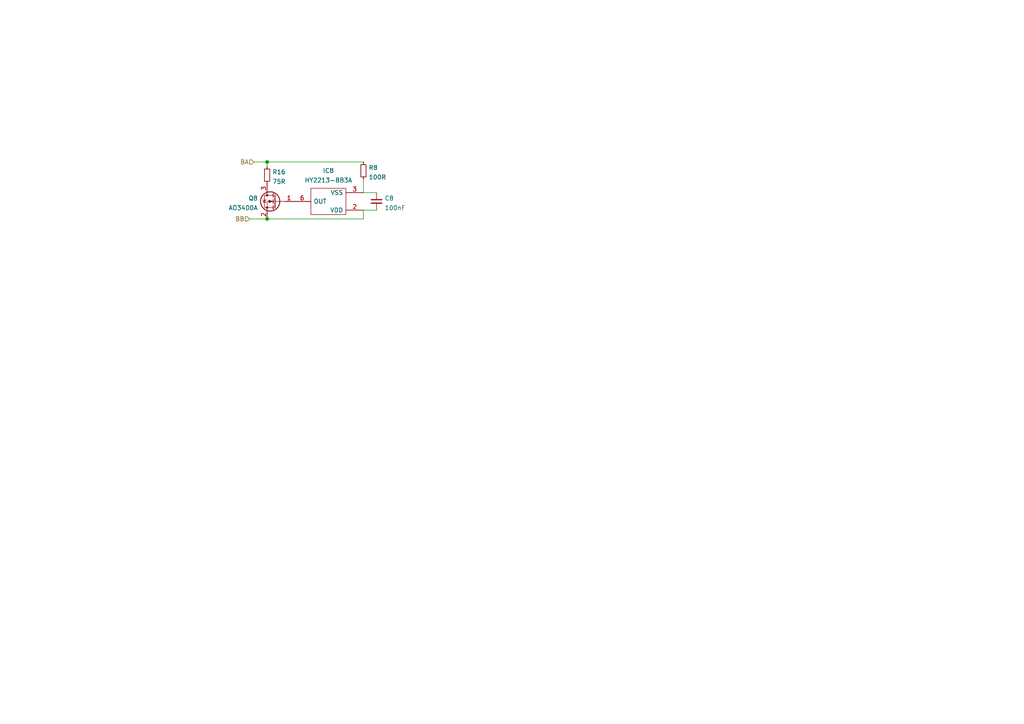
<source format=kicad_sch>
(kicad_sch (version 20211123) (generator eeschema)
  (paper "A4")
  (lib_symbols
    (symbol "Device:C_Small" (pin_numbers hide) (pin_names (offset 0.254) hide)
      (property "Reference" "C" (at 0.254 1.778 0))
      (property "Value" "C_Small" (at 0.254 -2.032 0))
      (symbol "C_Small_0_1"
        (polyline (pts (xy -1.524 -0.508) (xy 1.524 -0.508)) (stroke (width 0.3302)))
        (polyline (pts (xy -1.524 0.508) (xy 1.524 0.508)) (stroke (width 0.3048)))
      )
      (symbol "C_Small_1_1"
        (pin passive line (at 0 2.54 270) (length 2.032) (name "~") (number "1"))
        (pin passive line (at 0 -2.54 90) (length 2.032) (name "~") (number "2"))
      )
    )
    (symbol "Device:R_Small" (pin_numbers hide) (pin_names (offset 0.254) hide)
      (property "Reference" "R" (at 0.762 0.508 0))
      (property "Value" "R_Small" (at 0.762 -1.016 0))
      (symbol "R_Small_0_1"
        (rectangle (start -0.762 1.778) (end 0.762 -1.778) (stroke (width 0.2032)))
      )
      (symbol "R_Small_1_1"
        (pin passive line (at 0 2.54 270) (length 0.762) (name "~") (number "1"))
        (pin passive line (at 0 -2.54 90) (length 0.762) (name "~") (number "2"))
      )
    )
    (symbol "SamacSys_Parts:HY2213-BB3A" (pin_names (offset 0.762))
      (property "Reference" "IC" (at 24.13 7.62 0))
      (property "Value" "HY2213-BB3A" (at 24.13 5.08 0))
      (symbol "HY2213-BB3A_0_0"
        (pin passive line (at 16.51 -12.7 90) (length 5.08) hide (name "NC_1") (number "1"))
        (pin passive line (at 2.54 0 0) (length 5.08) (name "VDD") (number "2"))
        (pin passive line (at 2.54 -5.08 0) (length 5.08) (name "VSS") (number "3"))
        (pin passive line (at 11.43 -12.7 90) (length 5.08) hide (name "NC_2") (number "4"))
        (pin passive line (at 13.97 -12.7 90) (length 5.08) hide (name "NC_3") (number "5"))
        (pin passive line (at 22.86 -2.54 180) (length 5.08) (name "OUT") (number "6"))
      )
      (symbol "HY2213-BB3A_0_1"
        (rectangle (start 7.62 1.27) (end 17.78 -6.35) (stroke (width 0.1524)))
      )
    )
    (symbol "Transistor_FET:AO3400A" (pin_names hide)
      (property "Reference" "Q" (at 5.08 1.905 0))
      (property "Value" "AO3400A" (at 5.08 0 0))
      (symbol "AO3400A_0_1"
        (polyline (pts (xy 0.254 0) (xy -2.54 0)))
        (polyline (pts (xy 0.254 1.905) (xy 0.254 -1.905)) (stroke (width 0.254)))
        (polyline (pts (xy 0.762 -1.27) (xy 0.762 -2.286)) (stroke (width 0.254)))
        (polyline (pts (xy 0.762 0.508) (xy 0.762 -0.508)) (stroke (width 0.254)))
        (polyline (pts (xy 0.762 2.286) (xy 0.762 1.27)) (stroke (width 0.254)))
        (polyline (pts (xy 2.54 2.54) (xy 2.54 1.778)))
        (polyline (pts (xy 2.54 -2.54) (xy 2.54 0) (xy 0.762 0)))
        (polyline (pts (xy 0.762 -1.778) (xy 3.302 -1.778) (xy 3.302 1.778) (xy 0.762 1.778)))
        (polyline (pts (xy 1.016 0) (xy 2.032 0.381) (xy 2.032 -0.381) (xy 1.016 0)) (fill (type outline)))
        (polyline (pts (xy 2.794 0.508) (xy 2.921 0.381) (xy 3.683 0.381) (xy 3.81 0.254)))
        (polyline (pts (xy 3.302 0.381) (xy 2.921 -0.254) (xy 3.683 -0.254) (xy 3.302 0.381)))
        (circle (center 1.651 0) (radius 2.794) (stroke (width 0.254)))
        (circle (center 2.54 -1.778) (radius 0.254) (fill (type outline)))
        (circle (center 2.54 1.778) (radius 0.254) (fill (type outline)))
      )
      (symbol "AO3400A_1_1"
        (pin input line (at -5.08 0 0) (length 2.54) (name "G") (number "1"))
        (pin passive line (at 2.54 -5.08 90) (length 2.54) (name "S") (number "2"))
        (pin passive line (at 2.54 5.08 270) (length 2.54) (name "D") (number "3"))
      )
    )
  )
  (junction (at 77.47 46.99))
  (junction (at 77.47 63.5))
  (wire (pts (xy 73.66 46.99) (xy 77.47 46.99)))
  (wire (pts (xy 72.39 63.5) (xy 77.47 63.5)))
  (wire (pts (xy 77.47 46.99) (xy 105.41 46.99)))
  (wire (pts (xy 105.41 60.96) (xy 109.22 60.96)))
  (wire (pts (xy 105.41 60.96) (xy 105.41 63.5)))
  (wire (pts (xy 105.41 52.07) (xy 105.41 55.88)))
  (wire (pts (xy 105.41 55.88) (xy 109.22 55.88)))
  (wire (pts (xy 77.47 46.99) (xy 77.47 48.26)))
  (wire (pts (xy 105.41 63.5) (xy 77.47 63.5)))
  (hierarchical_label "BA" (shape input) (at 73.66 46.99 180))
  (hierarchical_label "BB" (shape input) (at 72.39 63.5 180))
  (symbol (lib_id "Device:C_Small") (at 109.22 58.42 0)
    (property "Reference" "C8" (at 111.5441 57.5178 0) (effects (justify left)))
    (property "Value" "100nF" (at 111.5441 60.2929 0) (effects (justify left)))
    (property "Footprint" "Capacitor_SMD:C_0805_2012Metric" (effects hide))
  )
  (symbol (lib_id "Transistor_FET:AO3400A") (at 80.01 58.42 0) (mirror y)
    (property "Reference" "Q8" (at 74.8031 57.5115 0) (effects (justify left)))
    (property "Value" "AO3400A" (at 74.8031 60.2866 0) (effects (justify left)))
    (property "Footprint" "Package_TO_SOT_SMD:SOT-23" (effects hide))
    (property "Datasheet" "http://www.aosmd.com/pdfs/datasheet/AO3400A.pdf" (effects hide))
  )
  (symbol (lib_id "Device:R_Small") (at 105.41 49.53 0)
    (property "Reference" "R8" (at 106.9086 48.6215 0) (effects (justify left)))
    (property "Value" "100R" (at 106.9086 51.3966 0) (effects (justify left)))
    (property "Footprint" "Resistor_SMD:R_0805_2012Metric" (effects hide))
  )
  (symbol (lib_id "Device:R_Small") (at 77.47 50.8 0)
    (property "Reference" "R16" (at 78.9686 49.8915 0) (effects (justify left)))
    (property "Value" "75R" (at 78.9686 52.6666 0) (effects (justify left)))
    (property "Footprint" "Resistor_SMD:R_0805_2012Metric" (effects hide))
  )
  (symbol (lib_id "SamacSys_Parts:HY2213-BB3A") (at 107.95 60.96 180)
    (property "Reference" "IC8" (at 95.25 49.5005 0))
    (property "Value" "HY2213-BB3A" (at 95.25 52.2756 0))
    (property "Footprint" "SamacSys_Parts:SOT95P280X140-6N" (effects hide))
    (property "Datasheet" "https://datasheet.lcsc.com/szlcsc/HYCON-Tech-HY2213-BB3A_C113632.pdf" (effects hide))
    (property "Description" "PMIC - Battery Management SOT-23-6 RoHS" (effects hide))
    (property "Height" "1.4" (effects hide))
    (property "Manufacturer_Name" "Hycon" (effects hide))
    (property "Manufacturer_Part_Number" "HY2213-BB3A" (effects hide))
  )
)
</source>
